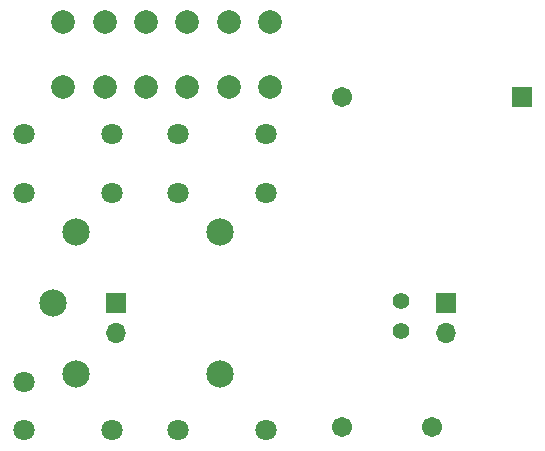
<source format=gbr>
%TF.GenerationSoftware,KiCad,Pcbnew,8.0.8*%
%TF.CreationDate,2025-03-23T22:06:23+01:00*%
%TF.ProjectId,raumtemp_relay,7261756d-7465-46d7-905f-72656c61792e,rev?*%
%TF.SameCoordinates,Original*%
%TF.FileFunction,Soldermask,Bot*%
%TF.FilePolarity,Negative*%
%FSLAX46Y46*%
G04 Gerber Fmt 4.6, Leading zero omitted, Abs format (unit mm)*
G04 Created by KiCad (PCBNEW 8.0.8) date 2025-03-23 22:06:23*
%MOMM*%
%LPD*%
G01*
G04 APERTURE LIST*
G04 Aperture macros list*
%AMRoundRect*
0 Rectangle with rounded corners*
0 $1 Rounding radius*
0 $2 $3 $4 $5 $6 $7 $8 $9 X,Y pos of 4 corners*
0 Add a 4 corners polygon primitive as box body*
4,1,4,$2,$3,$4,$5,$6,$7,$8,$9,$2,$3,0*
0 Add four circle primitives for the rounded corners*
1,1,$1+$1,$2,$3*
1,1,$1+$1,$4,$5*
1,1,$1+$1,$6,$7*
1,1,$1+$1,$8,$9*
0 Add four rect primitives between the rounded corners*
20,1,$1+$1,$2,$3,$4,$5,0*
20,1,$1+$1,$4,$5,$6,$7,0*
20,1,$1+$1,$6,$7,$8,$9,0*
20,1,$1+$1,$8,$9,$2,$3,0*%
G04 Aperture macros list end*
%ADD10C,1.400000*%
%ADD11R,1.700000X1.700000*%
%ADD12O,1.700000X1.700000*%
%ADD13C,1.803400*%
%ADD14C,2.004000*%
%ADD15C,2.304000*%
%ADD16RoundRect,0.102000X-0.754000X0.754000X-0.754000X-0.754000X0.754000X-0.754000X0.754000X0.754000X0*%
%ADD17C,1.712000*%
G04 APERTURE END LIST*
D10*
%TO.C,JP1*%
X154625000Y-90830000D03*
X154625000Y-88290000D03*
%TD*%
D11*
%TO.C,J3*%
X158425000Y-88480000D03*
D12*
X158425000Y-91020000D03*
%TD*%
D11*
%TO.C,J2*%
X130524656Y-88480000D03*
D12*
X130524656Y-91020000D03*
%TD*%
D13*
%TO.C,*%
X122675000Y-95180000D03*
%TD*%
%TO.C,K2*%
X122675000Y-99180000D03*
X122675000Y-79180000D03*
X122675000Y-74180000D03*
X130175000Y-74180000D03*
X130175000Y-79180000D03*
X130175000Y-99180000D03*
%TD*%
D14*
%TO.C,J1*%
X126036723Y-70200000D03*
X126036723Y-64700000D03*
X129536723Y-70200000D03*
X129536723Y-64700000D03*
X133036723Y-70200000D03*
X133036723Y-64700000D03*
X136536723Y-70200000D03*
X136536723Y-64700000D03*
X140036723Y-70200000D03*
X140036723Y-64700000D03*
X143536723Y-70200000D03*
X143536723Y-64700000D03*
%TD*%
D15*
%TO.C,K1*%
X127125000Y-94480000D03*
X127125000Y-82480000D03*
X125125000Y-88480000D03*
X139325000Y-94480000D03*
X139325000Y-82480000D03*
%TD*%
D16*
%TO.C,PS1*%
X164864545Y-70981894D03*
D17*
X149624545Y-70981894D03*
X149624545Y-98921894D03*
X157244545Y-98921894D03*
%TD*%
D13*
%TO.C,K3*%
X135725000Y-99180000D03*
X135725000Y-79180000D03*
X135725000Y-74180000D03*
X143225000Y-74180000D03*
X143225000Y-79180000D03*
X143225000Y-99180000D03*
%TD*%
M02*

</source>
